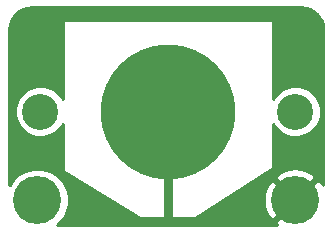
<source format=gbl>
G04 (created by PCBNEW (2013-june-11)-stable) date Wed 28 May 2014 08:32:28 PM PDT*
%MOIN*%
G04 Gerber Fmt 3.4, Leading zero omitted, Abs format*
%FSLAX34Y34*%
G01*
G70*
G90*
G04 APERTURE LIST*
%ADD10C,0.00590551*%
%ADD11C,0.45*%
%ADD12C,0.12*%
%ADD13C,0.16*%
%ADD14C,0.035*%
%ADD15C,0.03*%
%ADD16C,0.01*%
G04 APERTURE END LIST*
G54D10*
G54D11*
X57350Y-58950D03*
G54D12*
X53100Y-58950D03*
X61600Y-58950D03*
G54D13*
X53000Y-61900D03*
X61600Y-61900D03*
G54D14*
X57350Y-58800D03*
G54D15*
X57350Y-58850D02*
X57350Y-62500D01*
G54D10*
G36*
X62530Y-61411D02*
X62482Y-61320D01*
X62450Y-61301D01*
X62450Y-58866D01*
X62417Y-58703D01*
X62354Y-58549D01*
X62261Y-58410D01*
X62144Y-58291D01*
X62006Y-58198D01*
X61852Y-58134D01*
X61689Y-58100D01*
X61522Y-58099D01*
X61358Y-58130D01*
X61204Y-58193D01*
X61064Y-58284D01*
X60945Y-58400D01*
X60851Y-58538D01*
X60850Y-58542D01*
X60850Y-55900D01*
X53850Y-55900D01*
X53850Y-58542D01*
X53761Y-58410D01*
X53644Y-58291D01*
X53506Y-58198D01*
X53352Y-58134D01*
X53189Y-58100D01*
X53022Y-58099D01*
X52858Y-58130D01*
X52704Y-58193D01*
X52564Y-58284D01*
X52445Y-58400D01*
X52351Y-58538D01*
X52285Y-58691D01*
X52251Y-58854D01*
X52248Y-59021D01*
X52278Y-59185D01*
X52340Y-59340D01*
X52430Y-59480D01*
X52546Y-59600D01*
X52683Y-59695D01*
X52836Y-59762D01*
X52998Y-59798D01*
X53165Y-59801D01*
X53329Y-59772D01*
X53485Y-59712D01*
X53625Y-59623D01*
X53746Y-59508D01*
X53842Y-59371D01*
X53850Y-59355D01*
X53850Y-60928D01*
X56435Y-62500D01*
X58264Y-62500D01*
X60850Y-60827D01*
X60850Y-59355D01*
X60930Y-59480D01*
X61046Y-59600D01*
X61183Y-59695D01*
X61336Y-59762D01*
X61498Y-59798D01*
X61665Y-59801D01*
X61829Y-59772D01*
X61985Y-59712D01*
X62125Y-59623D01*
X62246Y-59508D01*
X62342Y-59371D01*
X62410Y-59219D01*
X62447Y-59057D01*
X62450Y-58866D01*
X62450Y-61301D01*
X62336Y-61234D01*
X62265Y-61305D01*
X62265Y-61163D01*
X62179Y-61017D01*
X61996Y-60922D01*
X61799Y-60863D01*
X61594Y-60844D01*
X61389Y-60866D01*
X61192Y-60926D01*
X61020Y-61017D01*
X60934Y-61163D01*
X61600Y-61829D01*
X62265Y-61163D01*
X62265Y-61305D01*
X61670Y-61900D01*
X61676Y-61905D01*
X61605Y-61976D01*
X61600Y-61970D01*
X61529Y-62041D01*
X61529Y-61900D01*
X60863Y-61234D01*
X60717Y-61320D01*
X60622Y-61503D01*
X60563Y-61700D01*
X60544Y-61905D01*
X60566Y-62110D01*
X60626Y-62307D01*
X60717Y-62479D01*
X60863Y-62565D01*
X61529Y-61900D01*
X61529Y-62041D01*
X60934Y-62636D01*
X60990Y-62730D01*
X53650Y-62730D01*
X53798Y-62589D01*
X53917Y-62421D01*
X54001Y-62233D01*
X54046Y-62032D01*
X54050Y-61797D01*
X54010Y-61595D01*
X53931Y-61404D01*
X53817Y-61233D01*
X53672Y-61087D01*
X53501Y-60971D01*
X53311Y-60892D01*
X53110Y-60850D01*
X52904Y-60849D01*
X52702Y-60887D01*
X52511Y-60964D01*
X52338Y-61077D01*
X52191Y-61221D01*
X52075Y-61391D01*
X52069Y-61405D01*
X52069Y-56213D01*
X52084Y-56058D01*
X52125Y-55922D01*
X52192Y-55796D01*
X52282Y-55686D01*
X52392Y-55595D01*
X52517Y-55527D01*
X52653Y-55485D01*
X52807Y-55469D01*
X61786Y-55469D01*
X61941Y-55484D01*
X62077Y-55525D01*
X62203Y-55592D01*
X62313Y-55682D01*
X62404Y-55792D01*
X62472Y-55917D01*
X62514Y-56053D01*
X62530Y-56207D01*
X62530Y-61411D01*
X62530Y-61411D01*
G37*
G54D16*
X62530Y-61411D02*
X62482Y-61320D01*
X62450Y-61301D01*
X62450Y-58866D01*
X62417Y-58703D01*
X62354Y-58549D01*
X62261Y-58410D01*
X62144Y-58291D01*
X62006Y-58198D01*
X61852Y-58134D01*
X61689Y-58100D01*
X61522Y-58099D01*
X61358Y-58130D01*
X61204Y-58193D01*
X61064Y-58284D01*
X60945Y-58400D01*
X60851Y-58538D01*
X60850Y-58542D01*
X60850Y-55900D01*
X53850Y-55900D01*
X53850Y-58542D01*
X53761Y-58410D01*
X53644Y-58291D01*
X53506Y-58198D01*
X53352Y-58134D01*
X53189Y-58100D01*
X53022Y-58099D01*
X52858Y-58130D01*
X52704Y-58193D01*
X52564Y-58284D01*
X52445Y-58400D01*
X52351Y-58538D01*
X52285Y-58691D01*
X52251Y-58854D01*
X52248Y-59021D01*
X52278Y-59185D01*
X52340Y-59340D01*
X52430Y-59480D01*
X52546Y-59600D01*
X52683Y-59695D01*
X52836Y-59762D01*
X52998Y-59798D01*
X53165Y-59801D01*
X53329Y-59772D01*
X53485Y-59712D01*
X53625Y-59623D01*
X53746Y-59508D01*
X53842Y-59371D01*
X53850Y-59355D01*
X53850Y-60928D01*
X56435Y-62500D01*
X58264Y-62500D01*
X60850Y-60827D01*
X60850Y-59355D01*
X60930Y-59480D01*
X61046Y-59600D01*
X61183Y-59695D01*
X61336Y-59762D01*
X61498Y-59798D01*
X61665Y-59801D01*
X61829Y-59772D01*
X61985Y-59712D01*
X62125Y-59623D01*
X62246Y-59508D01*
X62342Y-59371D01*
X62410Y-59219D01*
X62447Y-59057D01*
X62450Y-58866D01*
X62450Y-61301D01*
X62336Y-61234D01*
X62265Y-61305D01*
X62265Y-61163D01*
X62179Y-61017D01*
X61996Y-60922D01*
X61799Y-60863D01*
X61594Y-60844D01*
X61389Y-60866D01*
X61192Y-60926D01*
X61020Y-61017D01*
X60934Y-61163D01*
X61600Y-61829D01*
X62265Y-61163D01*
X62265Y-61305D01*
X61670Y-61900D01*
X61676Y-61905D01*
X61605Y-61976D01*
X61600Y-61970D01*
X61529Y-62041D01*
X61529Y-61900D01*
X60863Y-61234D01*
X60717Y-61320D01*
X60622Y-61503D01*
X60563Y-61700D01*
X60544Y-61905D01*
X60566Y-62110D01*
X60626Y-62307D01*
X60717Y-62479D01*
X60863Y-62565D01*
X61529Y-61900D01*
X61529Y-62041D01*
X60934Y-62636D01*
X60990Y-62730D01*
X53650Y-62730D01*
X53798Y-62589D01*
X53917Y-62421D01*
X54001Y-62233D01*
X54046Y-62032D01*
X54050Y-61797D01*
X54010Y-61595D01*
X53931Y-61404D01*
X53817Y-61233D01*
X53672Y-61087D01*
X53501Y-60971D01*
X53311Y-60892D01*
X53110Y-60850D01*
X52904Y-60849D01*
X52702Y-60887D01*
X52511Y-60964D01*
X52338Y-61077D01*
X52191Y-61221D01*
X52075Y-61391D01*
X52069Y-61405D01*
X52069Y-56213D01*
X52084Y-56058D01*
X52125Y-55922D01*
X52192Y-55796D01*
X52282Y-55686D01*
X52392Y-55595D01*
X52517Y-55527D01*
X52653Y-55485D01*
X52807Y-55469D01*
X61786Y-55469D01*
X61941Y-55484D01*
X62077Y-55525D01*
X62203Y-55592D01*
X62313Y-55682D01*
X62404Y-55792D01*
X62472Y-55917D01*
X62514Y-56053D01*
X62530Y-56207D01*
X62530Y-61411D01*
M02*

</source>
